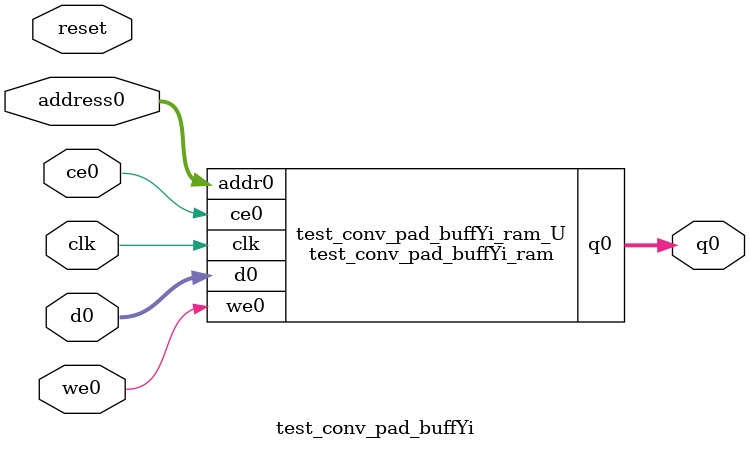
<source format=v>
`timescale 1 ns / 1 ps
module test_conv_pad_buffYi_ram (addr0, ce0, d0, we0, q0,  clk);

parameter DWIDTH = 4;
parameter AWIDTH = 22;
parameter MEM_SIZE = 3338496;

input[AWIDTH-1:0] addr0;
input ce0;
input[DWIDTH-1:0] d0;
input we0;
output reg[DWIDTH-1:0] q0;
input clk;

(* ram_style = "block" *)reg [DWIDTH-1:0] ram[0:MEM_SIZE-1];




always @(posedge clk)  
begin 
    if (ce0) begin
        if (we0) 
            ram[addr0] <= d0; 
        q0 <= ram[addr0];
    end
end


endmodule

`timescale 1 ns / 1 ps
module test_conv_pad_buffYi(
    reset,
    clk,
    address0,
    ce0,
    we0,
    d0,
    q0);

parameter DataWidth = 32'd4;
parameter AddressRange = 32'd3338496;
parameter AddressWidth = 32'd22;
input reset;
input clk;
input[AddressWidth - 1:0] address0;
input ce0;
input we0;
input[DataWidth - 1:0] d0;
output[DataWidth - 1:0] q0;



test_conv_pad_buffYi_ram test_conv_pad_buffYi_ram_U(
    .clk( clk ),
    .addr0( address0 ),
    .ce0( ce0 ),
    .we0( we0 ),
    .d0( d0 ),
    .q0( q0 ));

endmodule


</source>
